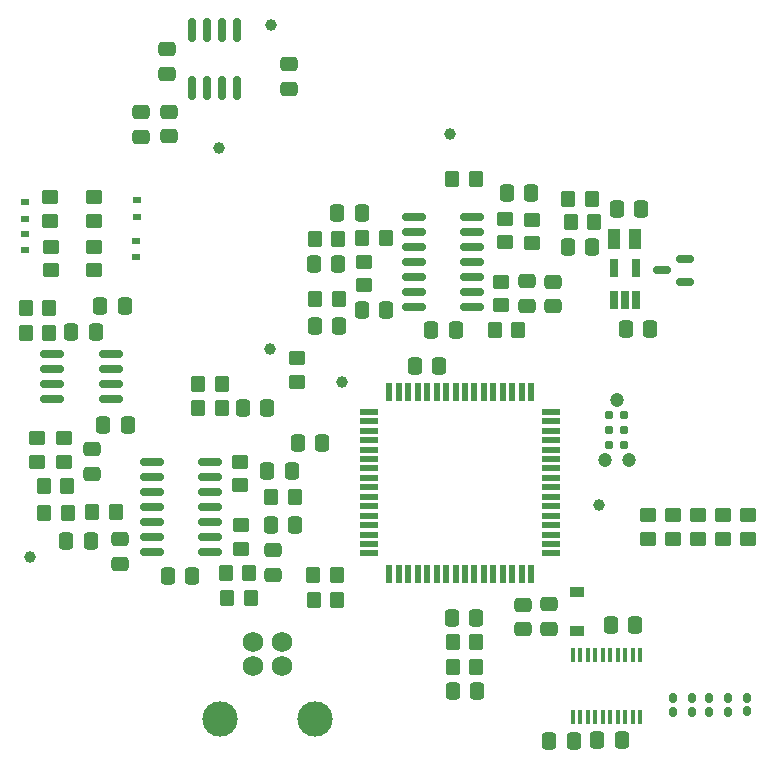
<source format=gbr>
%TF.GenerationSoftware,KiCad,Pcbnew,(6.0.10)*%
%TF.CreationDate,2023-03-09T07:53:56+00:00*%
%TF.ProjectId,Radar,52616461-722e-46b6-9963-61645f706362,rev?*%
%TF.SameCoordinates,Original*%
%TF.FileFunction,Soldermask,Top*%
%TF.FilePolarity,Negative*%
%FSLAX46Y46*%
G04 Gerber Fmt 4.6, Leading zero omitted, Abs format (unit mm)*
G04 Created by KiCad (PCBNEW (6.0.10)) date 2023-03-09 07:53:56*
%MOMM*%
%LPD*%
G01*
G04 APERTURE LIST*
G04 Aperture macros list*
%AMRoundRect*
0 Rectangle with rounded corners*
0 $1 Rounding radius*
0 $2 $3 $4 $5 $6 $7 $8 $9 X,Y pos of 4 corners*
0 Add a 4 corners polygon primitive as box body*
4,1,4,$2,$3,$4,$5,$6,$7,$8,$9,$2,$3,0*
0 Add four circle primitives for the rounded corners*
1,1,$1+$1,$2,$3*
1,1,$1+$1,$4,$5*
1,1,$1+$1,$6,$7*
1,1,$1+$1,$8,$9*
0 Add four rect primitives between the rounded corners*
20,1,$1+$1,$2,$3,$4,$5,0*
20,1,$1+$1,$4,$5,$6,$7,0*
20,1,$1+$1,$6,$7,$8,$9,0*
20,1,$1+$1,$8,$9,$2,$3,0*%
G04 Aperture macros list end*
%ADD10RoundRect,0.250000X-0.350000X-0.450000X0.350000X-0.450000X0.350000X0.450000X-0.350000X0.450000X0*%
%ADD11RoundRect,0.250000X-0.450000X0.350000X-0.450000X-0.350000X0.450000X-0.350000X0.450000X0.350000X0*%
%ADD12RoundRect,0.160000X0.160000X-0.222500X0.160000X0.222500X-0.160000X0.222500X-0.160000X-0.222500X0*%
%ADD13RoundRect,0.250000X-0.337500X-0.475000X0.337500X-0.475000X0.337500X0.475000X-0.337500X0.475000X0*%
%ADD14RoundRect,0.250000X0.350000X0.450000X-0.350000X0.450000X-0.350000X-0.450000X0.350000X-0.450000X0*%
%ADD15C,1.000000*%
%ADD16RoundRect,0.250000X0.337500X0.475000X-0.337500X0.475000X-0.337500X-0.475000X0.337500X-0.475000X0*%
%ADD17RoundRect,0.250000X0.450000X-0.350000X0.450000X0.350000X-0.450000X0.350000X-0.450000X-0.350000X0*%
%ADD18RoundRect,0.250000X-0.475000X0.337500X-0.475000X-0.337500X0.475000X-0.337500X0.475000X0.337500X0*%
%ADD19RoundRect,0.150000X-0.825000X-0.150000X0.825000X-0.150000X0.825000X0.150000X-0.825000X0.150000X0*%
%ADD20RoundRect,0.250000X0.475000X-0.337500X0.475000X0.337500X-0.475000X0.337500X-0.475000X-0.337500X0*%
%ADD21C,1.750000*%
%ADD22C,3.000000*%
%ADD23R,1.020000X1.780000*%
%ADD24RoundRect,0.150000X0.587500X0.150000X-0.587500X0.150000X-0.587500X-0.150000X0.587500X-0.150000X0*%
%ADD25R,0.700000X0.600000*%
%ADD26R,0.650000X1.560000*%
%ADD27C,1.200000*%
%ADD28C,0.787000*%
%ADD29R,1.500000X0.550000*%
%ADD30R,0.550000X1.500000*%
%ADD31R,0.400000X1.200000*%
%ADD32RoundRect,0.150000X0.150000X-0.825000X0.150000X0.825000X-0.150000X0.825000X-0.150000X-0.825000X0*%
%ADD33R,1.200000X0.900000*%
G04 APERTURE END LIST*
D10*
%TO.C,R9*%
X141955000Y-80830000D03*
X143955000Y-80830000D03*
%TD*%
D11*
%TO.C,R2*%
X174650000Y-104320000D03*
X174650000Y-106320000D03*
%TD*%
D12*
%TO.C,D2*%
X172946250Y-120922500D03*
X172946250Y-119777500D03*
%TD*%
D13*
%TO.C,C9*%
X149532500Y-112970000D03*
X151607500Y-112970000D03*
%TD*%
%TO.C,C31*%
X133932500Y-100600000D03*
X136007500Y-100600000D03*
%TD*%
D10*
%TO.C,R31*%
X128080000Y-95210000D03*
X130080000Y-95210000D03*
%TD*%
D14*
%TO.C,R32*%
X115460000Y-88850000D03*
X113460000Y-88850000D03*
%TD*%
D15*
%TO.C,TP6*%
X113840000Y-107810000D03*
%TD*%
D11*
%TO.C,R1*%
X172530000Y-104320000D03*
X172530000Y-106320000D03*
%TD*%
D14*
%TO.C,R20*%
X136280000Y-102790000D03*
X134280000Y-102790000D03*
%TD*%
D11*
%TO.C,R4*%
X166170000Y-104320000D03*
X166170000Y-106320000D03*
%TD*%
%TO.C,R25*%
X115570000Y-77390000D03*
X115570000Y-79390000D03*
%TD*%
D16*
%TO.C,C4*%
X165077500Y-113560000D03*
X163002500Y-113560000D03*
%TD*%
D12*
%TO.C,D5*%
X168316250Y-120922500D03*
X168316250Y-119777500D03*
%TD*%
D15*
%TO.C,TP5*%
X134130000Y-90240000D03*
%TD*%
D17*
%TO.C,R19*%
X154025000Y-81210000D03*
X154025000Y-79210000D03*
%TD*%
D13*
%TO.C,C17*%
X137937500Y-88300000D03*
X140012500Y-88300000D03*
%TD*%
D10*
%TO.C,R7*%
X137935000Y-80890000D03*
X139935000Y-80890000D03*
%TD*%
D16*
%TO.C,C12*%
X139922500Y-83020000D03*
X137847500Y-83020000D03*
%TD*%
D13*
%TO.C,C18*%
X141917500Y-86890000D03*
X143992500Y-86890000D03*
%TD*%
D11*
%TO.C,R3*%
X168290000Y-104320000D03*
X168290000Y-106320000D03*
%TD*%
D10*
%TO.C,R35*%
X149590000Y-75800000D03*
X151590000Y-75800000D03*
%TD*%
D15*
%TO.C,TP4*%
X149380000Y-72030000D03*
%TD*%
D11*
%TO.C,R21*%
X156325000Y-79270000D03*
X156325000Y-81270000D03*
%TD*%
%TO.C,R22*%
X131640000Y-99760000D03*
X131640000Y-101760000D03*
%TD*%
D17*
%TO.C,R17*%
X153675000Y-86520000D03*
X153675000Y-84520000D03*
%TD*%
D18*
%TO.C,C8*%
X157740000Y-111842500D03*
X157740000Y-113917500D03*
%TD*%
D14*
%TO.C,R34*%
X132400000Y-109200000D03*
X130400000Y-109200000D03*
%TD*%
D16*
%TO.C,C1*%
X166367500Y-88540000D03*
X164292500Y-88540000D03*
%TD*%
D18*
%TO.C,C15*%
X119070000Y-98722500D03*
X119070000Y-100797500D03*
%TD*%
D16*
%TO.C,C13*%
X119397500Y-88810000D03*
X117322500Y-88810000D03*
%TD*%
%TO.C,C3*%
X165607500Y-78370000D03*
X163532500Y-78370000D03*
%TD*%
D19*
%TO.C,U5*%
X146340000Y-79060000D03*
X146340000Y-80330000D03*
X146340000Y-81600000D03*
X146340000Y-82870000D03*
X146340000Y-84140000D03*
X146340000Y-85410000D03*
X146340000Y-86680000D03*
X151290000Y-86680000D03*
X151290000Y-85410000D03*
X151290000Y-84140000D03*
X151290000Y-82870000D03*
X151290000Y-81600000D03*
X151290000Y-80330000D03*
X151290000Y-79060000D03*
%TD*%
D14*
%TO.C,R38*%
X161600000Y-79460000D03*
X159600000Y-79460000D03*
%TD*%
D10*
%TO.C,R14*%
X119080000Y-104070000D03*
X121080000Y-104070000D03*
%TD*%
D13*
%TO.C,C20*%
X116922500Y-106450000D03*
X118997500Y-106450000D03*
%TD*%
D16*
%TO.C,C33*%
X121847500Y-86550000D03*
X119772500Y-86550000D03*
%TD*%
D10*
%TO.C,R8*%
X115000000Y-101820000D03*
X117000000Y-101820000D03*
%TD*%
D12*
%TO.C,D11*%
X171360000Y-120922500D03*
X171360000Y-119777500D03*
%TD*%
D20*
%TO.C,C27*%
X123270000Y-72257500D03*
X123270000Y-70182500D03*
%TD*%
D16*
%TO.C,C34*%
X133940000Y-95240000D03*
X131865000Y-95240000D03*
%TD*%
D21*
%TO.C,J2*%
X135190000Y-115065000D03*
X132690000Y-115065000D03*
X132690000Y-117065000D03*
X135190000Y-117065000D03*
D22*
X137940000Y-121555000D03*
X129940000Y-121555000D03*
%TD*%
D23*
%TO.C,L1*%
X163310000Y-80900000D03*
X165090000Y-80900000D03*
%TD*%
D10*
%TO.C,R12*%
X115020000Y-104090000D03*
X117020000Y-104090000D03*
%TD*%
D13*
%TO.C,C14*%
X120032500Y-96660000D03*
X122107500Y-96660000D03*
%TD*%
%TO.C,C7*%
X149612500Y-119210000D03*
X151687500Y-119210000D03*
%TD*%
D11*
%TO.C,R28*%
X136430000Y-91010000D03*
X136430000Y-93010000D03*
%TD*%
D24*
%TO.C,D1*%
X167382500Y-83570000D03*
X169257500Y-84520000D03*
X169257500Y-82620000D03*
%TD*%
D20*
%TO.C,C24*%
X155935000Y-86587500D03*
X155935000Y-84512500D03*
%TD*%
D10*
%TO.C,R30*%
X113470000Y-86740000D03*
X115470000Y-86740000D03*
%TD*%
D18*
%TO.C,FB1*%
X155610000Y-111862500D03*
X155610000Y-113937500D03*
%TD*%
D11*
%TO.C,R26*%
X115590000Y-81560000D03*
X115590000Y-83560000D03*
%TD*%
D13*
%TO.C,C21*%
X125502500Y-109430000D03*
X127577500Y-109430000D03*
%TD*%
D15*
%TO.C,TP1*%
X162050000Y-103410000D03*
%TD*%
D25*
%TO.C,D9*%
X113440000Y-77790000D03*
X113440000Y-79190000D03*
%TD*%
D18*
%TO.C,C22*%
X158115000Y-84522500D03*
X158115000Y-86597500D03*
%TD*%
D25*
%TO.C,D7*%
X122860000Y-77650000D03*
X122860000Y-79050000D03*
%TD*%
D16*
%TO.C,C30*%
X156292500Y-77060000D03*
X154217500Y-77060000D03*
%TD*%
D13*
%TO.C,C23*%
X134212500Y-105160000D03*
X136287500Y-105160000D03*
%TD*%
D11*
%TO.C,R24*%
X119250000Y-81580000D03*
X119250000Y-83580000D03*
%TD*%
D13*
%TO.C,C2*%
X146422500Y-91690000D03*
X148497500Y-91690000D03*
%TD*%
D14*
%TO.C,R13*%
X139965000Y-85960000D03*
X137965000Y-85960000D03*
%TD*%
D16*
%TO.C,C11*%
X141942500Y-78700000D03*
X139867500Y-78700000D03*
%TD*%
D10*
%TO.C,R16*%
X130510000Y-111300000D03*
X132510000Y-111300000D03*
%TD*%
D19*
%TO.C,U6*%
X115705000Y-90685000D03*
X115705000Y-91955000D03*
X115705000Y-93225000D03*
X115705000Y-94495000D03*
X120655000Y-94495000D03*
X120655000Y-93225000D03*
X120655000Y-91955000D03*
X120655000Y-90685000D03*
%TD*%
D26*
%TO.C,U1*%
X163280000Y-86080000D03*
X164230000Y-86080000D03*
X165180000Y-86080000D03*
X165180000Y-83380000D03*
X163280000Y-83380000D03*
%TD*%
D25*
%TO.C,D10*%
X113440000Y-80470000D03*
X113440000Y-81870000D03*
%TD*%
D12*
%TO.C,D3*%
X174510000Y-120902500D03*
X174510000Y-119757500D03*
%TD*%
D17*
%TO.C,R18*%
X131700000Y-107140000D03*
X131700000Y-105140000D03*
%TD*%
D13*
%TO.C,C26*%
X159382500Y-81630000D03*
X161457500Y-81630000D03*
%TD*%
D11*
%TO.C,R23*%
X119250000Y-77360000D03*
X119250000Y-79360000D03*
%TD*%
D15*
%TO.C,TP7*%
X140270000Y-93010000D03*
%TD*%
D14*
%TO.C,R39*%
X139850000Y-111440000D03*
X137850000Y-111440000D03*
%TD*%
D27*
%TO.C,J1*%
X164516000Y-99585000D03*
X162484000Y-99585000D03*
X163500000Y-94505000D03*
D28*
X162865000Y-95775000D03*
X164135000Y-95775000D03*
X162865000Y-97045000D03*
X164135000Y-97045000D03*
X162865000Y-98315000D03*
X164135000Y-98315000D03*
%TD*%
D15*
%TO.C,TP3*%
X134220000Y-62810000D03*
%TD*%
D20*
%TO.C,C28*%
X125620000Y-72207500D03*
X125620000Y-70132500D03*
%TD*%
D19*
%TO.C,U7*%
X124125000Y-99780000D03*
X124125000Y-101050000D03*
X124125000Y-102320000D03*
X124125000Y-103590000D03*
X124125000Y-104860000D03*
X124125000Y-106130000D03*
X124125000Y-107400000D03*
X129075000Y-107400000D03*
X129075000Y-106130000D03*
X129075000Y-104860000D03*
X129075000Y-103590000D03*
X129075000Y-102320000D03*
X129075000Y-101050000D03*
X129075000Y-99780000D03*
%TD*%
D10*
%TO.C,R15*%
X153185000Y-88600000D03*
X155185000Y-88600000D03*
%TD*%
D18*
%TO.C,C19*%
X121490000Y-106352500D03*
X121490000Y-108427500D03*
%TD*%
D13*
%TO.C,C16*%
X147797500Y-88580000D03*
X149872500Y-88580000D03*
%TD*%
%TO.C,C29*%
X136502500Y-98150000D03*
X138577500Y-98150000D03*
%TD*%
D20*
%TO.C,C25*%
X134430000Y-109357500D03*
X134430000Y-107282500D03*
%TD*%
D18*
%TO.C,C10*%
X125425000Y-64835000D03*
X125425000Y-66910000D03*
%TD*%
D11*
%TO.C,R29*%
X170410000Y-104320000D03*
X170410000Y-106320000D03*
%TD*%
%TO.C,R27*%
X114470000Y-97800000D03*
X114470000Y-99800000D03*
%TD*%
D29*
%TO.C,U2*%
X142570000Y-95540000D03*
X142570000Y-96340000D03*
X142570000Y-97140000D03*
X142570000Y-97940000D03*
X142570000Y-98740000D03*
X142570000Y-99540000D03*
X142570000Y-100340000D03*
X142570000Y-101140000D03*
X142570000Y-101940000D03*
X142570000Y-102740000D03*
X142570000Y-103540000D03*
X142570000Y-104340000D03*
X142570000Y-105140000D03*
X142570000Y-105940000D03*
X142570000Y-106740000D03*
X142570000Y-107540000D03*
D30*
X144270000Y-109240000D03*
X145070000Y-109240000D03*
X145870000Y-109240000D03*
X146670000Y-109240000D03*
X147470000Y-109240000D03*
X148270000Y-109240000D03*
X149070000Y-109240000D03*
X149870000Y-109240000D03*
X150670000Y-109240000D03*
X151470000Y-109240000D03*
X152270000Y-109240000D03*
X153070000Y-109240000D03*
X153870000Y-109240000D03*
X154670000Y-109240000D03*
X155470000Y-109240000D03*
X156270000Y-109240000D03*
D29*
X157970000Y-107540000D03*
X157970000Y-106740000D03*
X157970000Y-105940000D03*
X157970000Y-105140000D03*
X157970000Y-104340000D03*
X157970000Y-103540000D03*
X157970000Y-102740000D03*
X157970000Y-101940000D03*
X157970000Y-101140000D03*
X157970000Y-100340000D03*
X157970000Y-99540000D03*
X157970000Y-98740000D03*
X157970000Y-97940000D03*
X157970000Y-97140000D03*
X157970000Y-96340000D03*
X157970000Y-95540000D03*
D30*
X156270000Y-93840000D03*
X155470000Y-93840000D03*
X154670000Y-93840000D03*
X153870000Y-93840000D03*
X153070000Y-93840000D03*
X152270000Y-93840000D03*
X151470000Y-93840000D03*
X150670000Y-93840000D03*
X149870000Y-93840000D03*
X149070000Y-93840000D03*
X148270000Y-93840000D03*
X147470000Y-93840000D03*
X146670000Y-93840000D03*
X145870000Y-93840000D03*
X145070000Y-93840000D03*
X144270000Y-93840000D03*
%TD*%
D15*
%TO.C,TP2*%
X129810000Y-73200000D03*
%TD*%
D31*
%TO.C,U3*%
X165507500Y-116170000D03*
X164872500Y-116170000D03*
X164237500Y-116170000D03*
X163602500Y-116170000D03*
X162967500Y-116170000D03*
X162332500Y-116170000D03*
X161697500Y-116170000D03*
X161062500Y-116170000D03*
X160427500Y-116170000D03*
X159792500Y-116170000D03*
X159792500Y-121370000D03*
X160427500Y-121370000D03*
X161062500Y-121370000D03*
X161697500Y-121370000D03*
X162332500Y-121370000D03*
X162967500Y-121370000D03*
X163602500Y-121370000D03*
X164237500Y-121370000D03*
X164872500Y-121370000D03*
X165507500Y-121370000D03*
%TD*%
D10*
%TO.C,R37*%
X137820000Y-109350000D03*
X139820000Y-109350000D03*
%TD*%
D16*
%TO.C,C6*%
X159867500Y-123430000D03*
X157792500Y-123430000D03*
%TD*%
D32*
%TO.C,U4*%
X127540000Y-68147500D03*
X128810000Y-68147500D03*
X130080000Y-68147500D03*
X131350000Y-68147500D03*
X131350000Y-63197500D03*
X130080000Y-63197500D03*
X128810000Y-63197500D03*
X127540000Y-63197500D03*
%TD*%
D10*
%TO.C,R6*%
X149610000Y-115070000D03*
X151610000Y-115070000D03*
%TD*%
D12*
%TO.C,D4*%
X169856250Y-120922500D03*
X169856250Y-119777500D03*
%TD*%
D10*
%TO.C,R5*%
X149630000Y-117120000D03*
X151630000Y-117120000D03*
%TD*%
D17*
%TO.C,R10*%
X116690000Y-99760000D03*
X116690000Y-97760000D03*
%TD*%
D18*
%TO.C,C32*%
X135750000Y-66112500D03*
X135750000Y-68187500D03*
%TD*%
D13*
%TO.C,C5*%
X161842500Y-123360000D03*
X163917500Y-123360000D03*
%TD*%
D10*
%TO.C,R33*%
X128100000Y-93180000D03*
X130100000Y-93180000D03*
%TD*%
%TO.C,R36*%
X159430000Y-77500000D03*
X161430000Y-77500000D03*
%TD*%
D33*
%TO.C,D6*%
X160130000Y-110810000D03*
X160130000Y-114110000D03*
%TD*%
D11*
%TO.C,R11*%
X142075000Y-82840000D03*
X142075000Y-84840000D03*
%TD*%
D25*
%TO.C,D8*%
X122840000Y-81080000D03*
X122840000Y-82480000D03*
%TD*%
M02*

</source>
